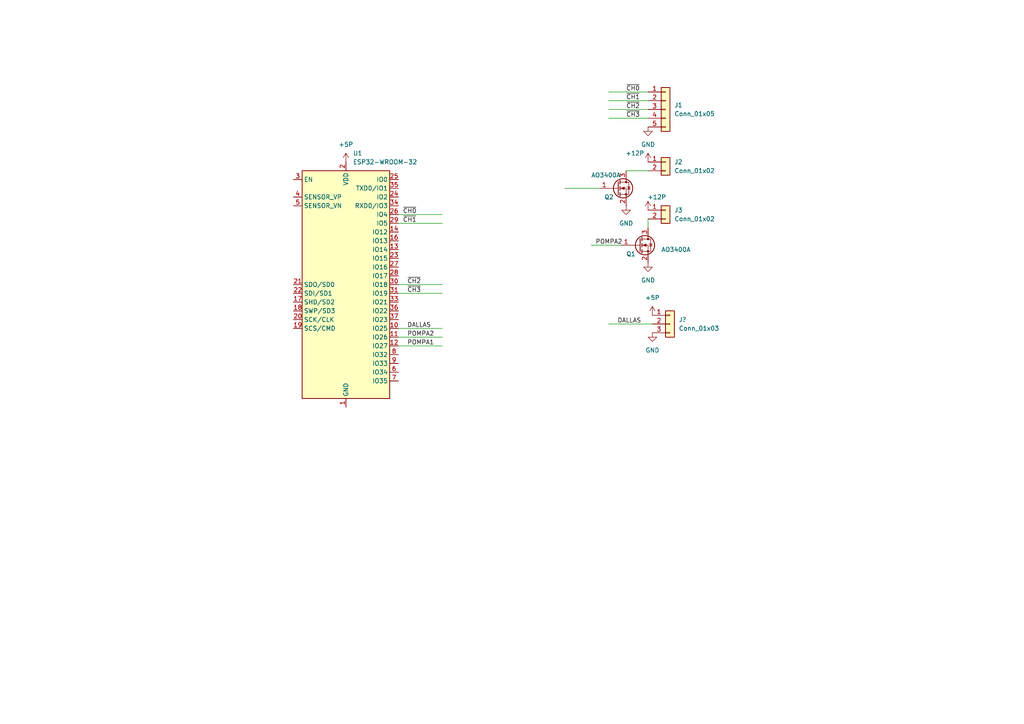
<source format=kicad_sch>
(kicad_sch (version 20211123) (generator eeschema)
  (paper "A4")
  (lib_symbols
    (symbol "Connector_Generic:Conn_01x02" (pin_names (offset 1.016) hide)
      (property "Reference" "J" (at 0 2.54 0))
      (property "Value" "Conn_01x02" (at 0 -5.08 0))
      (symbol "Conn_01x02_1_1"
        (rectangle (start -1.27 -2.413) (end 0 -2.667) (stroke (width 0.1524)))
        (rectangle (start -1.27 0.127) (end 0 -0.127) (stroke (width 0.1524)))
        (rectangle (start -1.27 1.27) (end 1.27 -3.81) (stroke (width 0.254)) (fill (type background)))
        (pin passive line (at -5.08 0 0) (length 3.81) (name "Pin_1") (number "1"))
        (pin passive line (at -5.08 -2.54 0) (length 3.81) (name "Pin_2") (number "2"))
      )
    )
    (symbol "Connector_Generic:Conn_01x03" (pin_names (offset 1.016) hide)
      (property "Reference" "J" (at 0 5.08 0))
      (property "Value" "Conn_01x03" (at 0 -5.08 0))
      (symbol "Conn_01x03_1_1"
        (rectangle (start -1.27 -2.413) (end 0 -2.667) (stroke (width 0.1524)))
        (rectangle (start -1.27 0.127) (end 0 -0.127) (stroke (width 0.1524)))
        (rectangle (start -1.27 2.667) (end 0 2.413) (stroke (width 0.1524)))
        (rectangle (start -1.27 3.81) (end 1.27 -3.81) (stroke (width 0.254)) (fill (type background)))
        (pin passive line (at -5.08 2.54 0) (length 3.81) (name "Pin_1") (number "1"))
        (pin passive line (at -5.08 0 0) (length 3.81) (name "Pin_2") (number "2"))
        (pin passive line (at -5.08 -2.54 0) (length 3.81) (name "Pin_3") (number "3"))
      )
    )
    (symbol "Connector_Generic:Conn_01x05" (pin_names (offset 1.016) hide)
      (property "Reference" "J" (at 0 7.62 0))
      (property "Value" "Conn_01x05" (at 0 -7.62 0))
      (symbol "Conn_01x05_1_1"
        (rectangle (start -1.27 -4.953) (end 0 -5.207) (stroke (width 0.1524)))
        (rectangle (start -1.27 -2.413) (end 0 -2.667) (stroke (width 0.1524)))
        (rectangle (start -1.27 0.127) (end 0 -0.127) (stroke (width 0.1524)))
        (rectangle (start -1.27 2.667) (end 0 2.413) (stroke (width 0.1524)))
        (rectangle (start -1.27 5.207) (end 0 4.953) (stroke (width 0.1524)))
        (rectangle (start -1.27 6.35) (end 1.27 -6.35) (stroke (width 0.254)) (fill (type background)))
        (pin passive line (at -5.08 5.08 0) (length 3.81) (name "Pin_1") (number "1"))
        (pin passive line (at -5.08 2.54 0) (length 3.81) (name "Pin_2") (number "2"))
        (pin passive line (at -5.08 0 0) (length 3.81) (name "Pin_3") (number "3"))
        (pin passive line (at -5.08 -2.54 0) (length 3.81) (name "Pin_4") (number "4"))
        (pin passive line (at -5.08 -5.08 0) (length 3.81) (name "Pin_5") (number "5"))
      )
    )
    (symbol "RF_Module:ESP32-WROOM-32"
      (property "Reference" "U" (at -12.7 34.29 0))
      (property "Value" "ESP32-WROOM-32" (at 1.27 34.29 0))
      (symbol "ESP32-WROOM-32_0_1"
        (rectangle (start -12.7 33.02) (end 12.7 -33.02) (stroke (width 0.254)) (fill (type background)))
      )
      (symbol "ESP32-WROOM-32_1_1"
        (pin power_in line (at 0 -35.56 90) (length 2.54) (name "GND") (number "1"))
        (pin bidirectional line (at 15.24 -12.7 180) (length 2.54) (name "IO25") (number "10"))
        (pin bidirectional line (at 15.24 -15.24 180) (length 2.54) (name "IO26") (number "11"))
        (pin bidirectional line (at 15.24 -17.78 180) (length 2.54) (name "IO27") (number "12"))
        (pin bidirectional line (at 15.24 10.16 180) (length 2.54) (name "IO14") (number "13"))
        (pin bidirectional line (at 15.24 15.24 180) (length 2.54) (name "IO12") (number "14"))
        (pin passive line (at 0 -35.56 90) (length 2.54) hide (name "GND") (number "15"))
        (pin bidirectional line (at 15.24 12.7 180) (length 2.54) (name "IO13") (number "16"))
        (pin bidirectional line (at -15.24 -5.08 0) (length 2.54) (name "SHD/SD2") (number "17"))
        (pin bidirectional line (at -15.24 -7.62 0) (length 2.54) (name "SWP/SD3") (number "18"))
        (pin bidirectional line (at -15.24 -12.7 0) (length 2.54) (name "SCS/CMD") (number "19"))
        (pin power_in line (at 0 35.56 270) (length 2.54) (name "VDD") (number "2"))
        (pin bidirectional line (at -15.24 -10.16 0) (length 2.54) (name "SCK/CLK") (number "20"))
        (pin bidirectional line (at -15.24 0 0) (length 2.54) (name "SDO/SD0") (number "21"))
        (pin bidirectional line (at -15.24 -2.54 0) (length 2.54) (name "SDI/SD1") (number "22"))
        (pin bidirectional line (at 15.24 7.62 180) (length 2.54) (name "IO15") (number "23"))
        (pin bidirectional line (at 15.24 25.4 180) (length 2.54) (name "IO2") (number "24"))
        (pin bidirectional line (at 15.24 30.48 180) (length 2.54) (name "IO0") (number "25"))
        (pin bidirectional line (at 15.24 20.32 180) (length 2.54) (name "IO4") (number "26"))
        (pin bidirectional line (at 15.24 5.08 180) (length 2.54) (name "IO16") (number "27"))
        (pin bidirectional line (at 15.24 2.54 180) (length 2.54) (name "IO17") (number "28"))
        (pin bidirectional line (at 15.24 17.78 180) (length 2.54) (name "IO5") (number "29"))
        (pin input line (at -15.24 30.48 0) (length 2.54) (name "EN") (number "3"))
        (pin bidirectional line (at 15.24 0 180) (length 2.54) (name "IO18") (number "30"))
        (pin bidirectional line (at 15.24 -2.54 180) (length 2.54) (name "IO19") (number "31"))
        (pin no_connect line (at -12.7 -27.94 0) (length 2.54) hide (name "NC") (number "32"))
        (pin bidirectional line (at 15.24 -5.08 180) (length 2.54) (name "IO21") (number "33"))
        (pin bidirectional line (at 15.24 22.86 180) (length 2.54) (name "RXD0/IO3") (number "34"))
        (pin bidirectional line (at 15.24 27.94 180) (length 2.54) (name "TXD0/IO1") (number "35"))
        (pin bidirectional line (at 15.24 -7.62 180) (length 2.54) (name "IO22") (number "36"))
        (pin bidirectional line (at 15.24 -10.16 180) (length 2.54) (name "IO23") (number "37"))
        (pin passive line (at 0 -35.56 90) (length 2.54) hide (name "GND") (number "38"))
        (pin passive line (at 0 -35.56 90) (length 2.54) hide (name "GND") (number "39"))
        (pin input line (at -15.24 25.4 0) (length 2.54) (name "SENSOR_VP") (number "4"))
        (pin input line (at -15.24 22.86 0) (length 2.54) (name "SENSOR_VN") (number "5"))
        (pin input line (at 15.24 -25.4 180) (length 2.54) (name "IO34") (number "6"))
        (pin input line (at 15.24 -27.94 180) (length 2.54) (name "IO35") (number "7"))
        (pin bidirectional line (at 15.24 -20.32 180) (length 2.54) (name "IO32") (number "8"))
        (pin bidirectional line (at 15.24 -22.86 180) (length 2.54) (name "IO33") (number "9"))
      )
    )
    (symbol "Transistor_FET:AO3400A" (pin_names hide)
      (property "Reference" "Q" (at 5.08 1.905 0))
      (property "Value" "AO3400A" (at 5.08 0 0))
      (symbol "AO3400A_0_1"
        (polyline (pts (xy 0.254 0) (xy -2.54 0)))
        (polyline (pts (xy 0.254 1.905) (xy 0.254 -1.905)) (stroke (width 0.254)))
        (polyline (pts (xy 0.762 -1.27) (xy 0.762 -2.286)) (stroke (width 0.254)))
        (polyline (pts (xy 0.762 0.508) (xy 0.762 -0.508)) (stroke (width 0.254)))
        (polyline (pts (xy 0.762 2.286) (xy 0.762 1.27)) (stroke (width 0.254)))
        (polyline (pts (xy 2.54 2.54) (xy 2.54 1.778)))
        (polyline (pts (xy 2.54 -2.54) (xy 2.54 0) (xy 0.762 0)))
        (polyline (pts (xy 0.762 -1.778) (xy 3.302 -1.778) (xy 3.302 1.778) (xy 0.762 1.778)))
        (polyline (pts (xy 1.016 0) (xy 2.032 0.381) (xy 2.032 -0.381) (xy 1.016 0)) (fill (type outline)))
        (polyline (pts (xy 2.794 0.508) (xy 2.921 0.381) (xy 3.683 0.381) (xy 3.81 0.254)))
        (polyline (pts (xy 3.302 0.381) (xy 2.921 -0.254) (xy 3.683 -0.254) (xy 3.302 0.381)))
        (circle (center 1.651 0) (radius 2.794) (stroke (width 0.254)))
        (circle (center 2.54 -1.778) (radius 0.254) (fill (type outline)))
        (circle (center 2.54 1.778) (radius 0.254) (fill (type outline)))
      )
      (symbol "AO3400A_1_1"
        (pin input line (at -5.08 0 0) (length 2.54) (name "G") (number "1"))
        (pin passive line (at 2.54 -5.08 90) (length 2.54) (name "S") (number "2"))
        (pin passive line (at 2.54 5.08 270) (length 2.54) (name "D") (number "3"))
      )
    )
    (symbol "power:+12P" (power) (pin_names (offset 0))
      (property "Value" "+12P" (at 0 3.556 0))
      (symbol "+12P_0_1"
        (polyline (pts (xy -0.762 1.27) (xy 0 2.54)))
        (polyline (pts (xy 0 0) (xy 0 2.54)))
        (polyline (pts (xy 0 2.54) (xy 0.762 1.27)))
      )
      (symbol "+12P_1_1"
        (pin power_in line (at 0 0 90) (length 0) hide (name "+12P") (number "1"))
      )
    )
    (symbol "power:+5P" (power) (pin_names (offset 0))
      (property "Value" "+5P" (at 0 3.556 0))
      (symbol "+5P_0_1"
        (polyline (pts (xy -0.762 1.27) (xy 0 2.54)))
        (polyline (pts (xy 0 0) (xy 0 2.54)))
        (polyline (pts (xy 0 2.54) (xy 0.762 1.27)))
      )
      (symbol "+5P_1_1"
        (pin power_in line (at 0 0 90) (length 0) hide (name "+5P") (number "1"))
      )
    )
    (symbol "power:GND" (power) (pin_names (offset 0))
      (property "Value" "GND" (at 0 -3.81 0))
      (symbol "GND_0_1"
        (polyline (pts (xy 0 0) (xy 0 -1.27) (xy 1.27 -1.27) (xy 0 -2.54) (xy -1.27 -1.27) (xy 0 -1.27)))
      )
      (symbol "GND_1_1"
        (pin power_in line (at 0 0 270) (length 0) hide (name "GND") (number "1"))
      )
    )
  )
  (wire (pts (xy 176.53 29.21) (xy 187.96 29.21)))
  (wire (pts (xy 115.57 85.09) (xy 128.27 85.09)))
  (wire (pts (xy 115.57 62.23) (xy 128.27 62.23)))
  (wire (pts (xy 176.53 93.98) (xy 189.23 93.98)))
  (wire (pts (xy 176.53 34.29) (xy 187.96 34.29)))
  (wire (pts (xy 176.53 31.75) (xy 187.96 31.75)))
  (wire (pts (xy 115.57 64.77) (xy 128.27 64.77)))
  (wire (pts (xy 187.96 63.5) (xy 187.96 66.04)))
  (wire (pts (xy 115.57 100.33) (xy 128.27 100.33)))
  (wire (pts (xy 115.57 82.55) (xy 128.27 82.55)))
  (wire (pts (xy 176.53 26.67) (xy 187.96 26.67)))
  (wire (pts (xy 163.83 54.61) (xy 173.99 54.61)))
  (wire (pts (xy 171.45 71.12) (xy 180.34 71.12)))
  (wire (pts (xy 115.57 95.25) (xy 128.27 95.25)))
  (wire (pts (xy 181.61 49.53) (xy 187.96 49.53)))
  (wire (pts (xy 115.57 97.79) (xy 128.27 97.79)))
  (label "DALLAS" (at 118.11 95.25 0))
  (label "~{CH3}" (at 118.11 85.09 0))
  (label "DALLAS" (at 179.07 93.98 0))
  (label "~{CH0}" (at 181.61 26.67 0))
  (label "~{CH0}" (at 116.84 62.23 0))
  (label "~{CH3}" (at 181.61 34.29 0))
  (label "~{CH2}" (at 181.61 31.75 0))
  (label "POMPA1" (at 118.11 100.33 0))
  (label "~{CH2}" (at 118.11 82.55 0))
  (label "~{CH1}" (at 181.61 29.21 0))
  (label "POMPA2" (at 172.72 71.12 0))
  (label "~{CH1}" (at 116.84 64.77 0))
  (label "POMPA2" (at 118.11 97.79 0))
  (symbol (lib_id "power:+12P") (at 187.96 60.96 0) (unit 1)
    (property "Reference" "#PWR?" (effects hide))
    (property "Value" "+12P" (at 190.5 57.15 0))
  )
  (symbol (lib_id "Connector_Generic:Conn_01x02") (at 193.04 46.99 0) (unit 1)
    (property "Reference" "J2" (at 195.58 46.9899 0) (effects (justify left)))
    (property "Value" "Conn_01x02" (at 195.58 49.5299 0) (effects (justify left)))
  )
  (symbol (lib_id "Transistor_FET:AO3400A") (at 185.42 71.12 0) (unit 1)
    (property "Reference" "Q1" (at 181.61 73.66 0) (effects (justify left)))
    (property "Value" "AO3400A" (at 191.77 72.3899 0) (effects (justify left)))
    (property "Footprint" "Package_TO_SOT_SMD:SOT-23" (effects hide))
    (property "Datasheet" "http://www.aosmd.com/pdfs/datasheet/AO3400A.pdf" (effects hide))
  )
  (symbol (lib_id "power:+5P") (at 189.23 91.44 0) (unit 1)
    (property "Reference" "#PWR?" (effects hide))
    (property "Value" "+5P" (at 189.23 86.36 0))
  )
  (symbol (lib_id "power:+12P") (at 187.96 46.99 0) (unit 1)
    (property "Reference" "#PWR?" (effects hide))
    (property "Value" "+12P" (at 184.15 44.45 0))
  )
  (symbol (lib_id "Connector_Generic:Conn_01x02") (at 193.04 60.96 0) (unit 1)
    (property "Reference" "J3" (at 195.58 60.9599 0) (effects (justify left)))
    (property "Value" "Conn_01x02" (at 195.58 63.4999 0) (effects (justify left)))
  )
  (symbol (lib_id "Connector_Generic:Conn_01x05") (at 193.04 31.75 0) (unit 1)
    (property "Reference" "J1" (at 195.58 30.4799 0) (effects (justify left)))
    (property "Value" "Conn_01x05" (at 195.58 33.0199 0) (effects (justify left)))
  )
  (symbol (lib_id "RF_Module:ESP32-WROOM-32") (at 100.33 82.55 0) (unit 1)
    (property "Reference" "U1" (at 102.3494 44.45 0) (effects (justify left)))
    (property "Value" "ESP32-WROOM-32" (at 102.3494 46.99 0) (effects (justify left)))
    (property "Footprint" "RF_Module:ESP32-WROOM-32" (effects hide))
    (property "Datasheet" "https://www.espressif.com/sites/default/files/documentation/esp32-wroom-32_datasheet_en.pdf" (effects hide))
  )
  (symbol (lib_id "power:GND") (at 187.96 36.83 0) (unit 1)
    (property "Reference" "#PWR?" (effects hide))
    (property "Value" "GND" (at 187.96 41.91 0))
  )
  (symbol (lib_id "power:GND") (at 187.96 76.2 0) (unit 1)
    (property "Reference" "#PWR?" (effects hide))
    (property "Value" "GND" (at 187.96 81.28 0))
  )
  (symbol (lib_id "power:GND") (at 189.23 96.52 0) (unit 1)
    (property "Reference" "#PWR?" (effects hide))
    (property "Value" "GND" (at 189.23 101.6 0))
  )
  (symbol (lib_id "power:+5P") (at 100.33 46.99 0) (unit 1)
    (property "Reference" "#PWR?" (effects hide))
    (property "Value" "+5P" (at 100.33 41.91 0))
  )
  (symbol (lib_id "Transistor_FET:AO3400A") (at 179.07 54.61 0) (unit 1)
    (property "Reference" "Q2" (at 175.26 57.15 0) (effects (justify left)))
    (property "Value" "AO3400A" (at 171.45 50.8 0) (effects (justify left)))
    (property "Footprint" "Package_TO_SOT_SMD:SOT-23" (effects hide))
    (property "Datasheet" "http://www.aosmd.com/pdfs/datasheet/AO3400A.pdf" (effects hide))
  )
  (symbol (lib_id "Connector_Generic:Conn_01x03") (at 194.31 93.98 0) (unit 1)
    (property "Reference" "J?" (at 196.85 92.7099 0) (effects (justify left)))
    (property "Value" "Conn_01x03" (at 196.85 95.2499 0) (effects (justify left)))
  )
  (symbol (lib_id "power:GND") (at 181.61 59.69 0) (unit 1)
    (property "Reference" "#PWR?" (effects hide))
    (property "Value" "GND" (at 181.61 64.77 0))
  )
)
</source>
